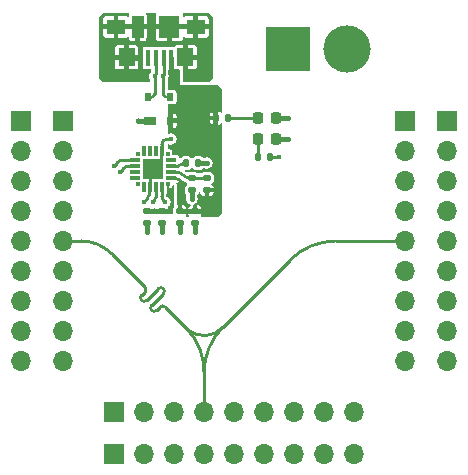
<source format=gbr>
%TF.GenerationSoftware,KiCad,Pcbnew,(6.0.6-1)-1*%
%TF.CreationDate,2022-08-24T14:22:51-07:00*%
%TF.ProjectId,VIO-Board-rounded,56494f2d-426f-4617-9264-2d726f756e64,rev?*%
%TF.SameCoordinates,Original*%
%TF.FileFunction,Copper,L1,Top*%
%TF.FilePolarity,Positive*%
%FSLAX46Y46*%
G04 Gerber Fmt 4.6, Leading zero omitted, Abs format (unit mm)*
G04 Created by KiCad (PCBNEW (6.0.6-1)-1) date 2022-08-24 14:22:51*
%MOMM*%
%LPD*%
G01*
G04 APERTURE LIST*
G04 Aperture macros list*
%AMRoundRect*
0 Rectangle with rounded corners*
0 $1 Rounding radius*
0 $2 $3 $4 $5 $6 $7 $8 $9 X,Y pos of 4 corners*
0 Add a 4 corners polygon primitive as box body*
4,1,4,$2,$3,$4,$5,$6,$7,$8,$9,$2,$3,0*
0 Add four circle primitives for the rounded corners*
1,1,$1+$1,$2,$3*
1,1,$1+$1,$4,$5*
1,1,$1+$1,$6,$7*
1,1,$1+$1,$8,$9*
0 Add four rect primitives between the rounded corners*
20,1,$1+$1,$2,$3,$4,$5,0*
20,1,$1+$1,$4,$5,$6,$7,0*
20,1,$1+$1,$6,$7,$8,$9,0*
20,1,$1+$1,$8,$9,$2,$3,0*%
G04 Aperture macros list end*
%TA.AperFunction,SMDPad,CuDef*%
%ADD10RoundRect,0.135000X0.135000X0.185000X-0.135000X0.185000X-0.135000X-0.185000X0.135000X-0.185000X0*%
%TD*%
%TA.AperFunction,SMDPad,CuDef*%
%ADD11RoundRect,0.140000X-0.170000X0.140000X-0.170000X-0.140000X0.170000X-0.140000X0.170000X0.140000X0*%
%TD*%
%TA.AperFunction,SMDPad,CuDef*%
%ADD12RoundRect,0.218750X0.218750X0.256250X-0.218750X0.256250X-0.218750X-0.256250X0.218750X-0.256250X0*%
%TD*%
%TA.AperFunction,SMDPad,CuDef*%
%ADD13R,1.000000X0.700000*%
%TD*%
%TA.AperFunction,SMDPad,CuDef*%
%ADD14R,0.600000X0.700000*%
%TD*%
%TA.AperFunction,ComponentPad*%
%ADD15R,1.700000X1.700000*%
%TD*%
%TA.AperFunction,ComponentPad*%
%ADD16O,1.700000X1.700000*%
%TD*%
%TA.AperFunction,SMDPad,CuDef*%
%ADD17RoundRect,0.135000X0.185000X-0.135000X0.185000X0.135000X-0.185000X0.135000X-0.185000X-0.135000X0*%
%TD*%
%TA.AperFunction,SMDPad,CuDef*%
%ADD18R,0.300000X0.300000*%
%TD*%
%TA.AperFunction,SMDPad,CuDef*%
%ADD19R,0.300000X0.900000*%
%TD*%
%TA.AperFunction,SMDPad,CuDef*%
%ADD20R,0.900000X0.300000*%
%TD*%
%TA.AperFunction,SMDPad,CuDef*%
%ADD21R,1.800000X1.800000*%
%TD*%
%TA.AperFunction,SMDPad,CuDef*%
%ADD22RoundRect,0.135000X-0.185000X0.135000X-0.185000X-0.135000X0.185000X-0.135000X0.185000X0.135000X0*%
%TD*%
%TA.AperFunction,SMDPad,CuDef*%
%ADD23R,0.450000X1.380000*%
%TD*%
%TA.AperFunction,SMDPad,CuDef*%
%ADD24R,1.425000X1.550000*%
%TD*%
%TA.AperFunction,SMDPad,CuDef*%
%ADD25R,1.800000X1.900000*%
%TD*%
%TA.AperFunction,SMDPad,CuDef*%
%ADD26R,1.000000X1.900000*%
%TD*%
%TA.AperFunction,SMDPad,CuDef*%
%ADD27R,1.650000X1.300000*%
%TD*%
%TA.AperFunction,SMDPad,CuDef*%
%ADD28RoundRect,0.135000X-0.135000X-0.185000X0.135000X-0.185000X0.135000X0.185000X-0.135000X0.185000X0*%
%TD*%
%TA.AperFunction,ComponentPad*%
%ADD29R,3.800000X3.800000*%
%TD*%
%TA.AperFunction,ComponentPad*%
%ADD30C,4.000000*%
%TD*%
%TA.AperFunction,ViaPad*%
%ADD31C,0.450000*%
%TD*%
%TA.AperFunction,Conductor*%
%ADD32C,0.254000*%
%TD*%
%TA.AperFunction,Conductor*%
%ADD33C,0.406400*%
%TD*%
G04 APERTURE END LIST*
D10*
%TO.P,R5,1*%
%TO.N,VS*%
X79504000Y-63246000D03*
%TO.P,R5,2*%
%TO.N,Net-(D3-Pad2)*%
X78484000Y-63246000D03*
%TD*%
D11*
%TO.P,C4,1*%
%TO.N,+3V3*%
X70358000Y-67846000D03*
%TO.P,C4,2*%
%TO.N,GNDREF*%
X70358000Y-68806000D03*
%TD*%
D12*
%TO.P,D2,1,K*%
%TO.N,GNDREF*%
X80035500Y-59944000D03*
%TO.P,D2,2,A*%
%TO.N,Net-(D2-Pad2)*%
X78460500Y-59944000D03*
%TD*%
D13*
%TO.P,D1,1,A*%
%TO.N,GNDREF*%
X69354000Y-60182000D03*
D14*
%TO.P,D1,2,K*%
%TO.N,VBUS*%
X71054000Y-60182000D03*
%TO.P,D1,3,K*%
%TO.N,/D-*%
X71054000Y-58182000D03*
%TO.P,D1,4,K*%
%TO.N,/D+*%
X69154000Y-58182000D03*
%TD*%
D15*
%TO.P,J6,1,Pin_1*%
%TO.N,VS*%
X58445000Y-60208008D03*
D16*
%TO.P,J6,2,Pin_2*%
%TO.N,GNDREF*%
X58445000Y-62748008D03*
%TO.P,J6,3,Pin_3*%
%TO.N,/3V3_CAM1*%
X58445000Y-65288008D03*
%TO.P,J6,4,Pin_4*%
%TO.N,/GPIO3{slash}TX_CAM1*%
X58445000Y-67828008D03*
%TO.P,J6,5,Pin_5*%
%TO.N,/SYNC*%
X58445000Y-70368008D03*
%TO.P,J6,6,Pin_6*%
%TO.N,GNDREF*%
X58445000Y-72908008D03*
%TO.P,J6,7,Pin_7*%
%TO.N,/OPTO_GND_CAM1*%
X58445000Y-75448008D03*
%TO.P,J6,8,Pin_8*%
%TO.N,/OPTO_OUT_CAM1*%
X58445000Y-77988008D03*
%TO.P,J6,9,Pin_9*%
%TO.N,/OPTO_IN_CAM1*%
X58445000Y-80528008D03*
%TD*%
D17*
%TO.P,R2,1*%
%TO.N,VBUS*%
X74168000Y-66042000D03*
%TO.P,R2,2*%
%TO.N,Net-(R2-Pad2)*%
X74168000Y-65022000D03*
%TD*%
D15*
%TO.P,J4,1,Pin_1*%
%TO.N,VS*%
X90932000Y-60208000D03*
D16*
%TO.P,J4,2,Pin_2*%
%TO.N,GNDREF*%
X90932000Y-62748000D03*
%TO.P,J4,3,Pin_3*%
%TO.N,/3V3_CAM2*%
X90932000Y-65288000D03*
%TO.P,J4,4,Pin_4*%
%TO.N,/GPIO3{slash}TX_CAM2*%
X90932000Y-67828000D03*
%TO.P,J4,5,Pin_5*%
%TO.N,/SYNC*%
X90932000Y-70368000D03*
%TO.P,J4,6,Pin_6*%
%TO.N,GNDREF*%
X90932000Y-72908000D03*
%TO.P,J4,7,Pin_7*%
%TO.N,/OPTO_GND_CAM2*%
X90932000Y-75448000D03*
%TO.P,J4,8,Pin_8*%
%TO.N,/OPTO_OUT_CAM2*%
X90932000Y-77988000D03*
%TO.P,J4,9,Pin_9*%
%TO.N,/OPTO_IN_CAM2*%
X90932000Y-80528000D03*
%TD*%
D15*
%TO.P,J5,1,Pin_1*%
%TO.N,VBUS*%
X66304000Y-84836000D03*
D16*
%TO.P,J5,2,Pin_2*%
%TO.N,/TX1*%
X68844000Y-84836000D03*
%TO.P,J5,3,Pin_3*%
%TO.N,/RX1*%
X71384000Y-84836000D03*
%TO.P,J5,4,Pin_4*%
%TO.N,/SYNC*%
X73924000Y-84836000D03*
%TO.P,J5,5,Pin_5*%
%TO.N,GNDREF*%
X76464000Y-84836000D03*
%TO.P,J5,6,Pin_6*%
%TO.N,/RESTORE*%
X79004000Y-84836000D03*
%TO.P,J5,7,Pin_7*%
%TO.N,/SYNC_IN*%
X81544000Y-84836000D03*
%TO.P,J5,8,Pin_8*%
%TO.N,/TX2*%
X84084000Y-84836000D03*
%TO.P,J5,9,Pin_9*%
%TO.N,/RX2*%
X86624000Y-84836000D03*
%TD*%
D11*
%TO.P,C2,1*%
%TO.N,VBUS*%
X73152000Y-67846000D03*
%TO.P,C2,2*%
%TO.N,GNDREF*%
X73152000Y-68806000D03*
%TD*%
D12*
%TO.P,D3,1,K*%
%TO.N,GNDREF*%
X80035500Y-61722000D03*
%TO.P,D3,2,A*%
%TO.N,Net-(D3-Pad2)*%
X78460500Y-61722000D03*
%TD*%
D18*
%TO.P,U1,1,RS485/GPIO.1*%
%TO.N,unconnected-(U1-Pad1)*%
X68346000Y-65512000D03*
D19*
%TO.P,U1,2,CLK/GPIO.0*%
%TO.N,unconnected-(U1-Pad2)*%
X68846000Y-65812000D03*
%TO.P,U1,3,GND*%
%TO.N,GNDREF*%
X69346000Y-65812000D03*
%TO.P,U1,4,D+*%
%TO.N,/D+*%
X69846000Y-65812000D03*
%TO.P,U1,5,D-*%
%TO.N,/D-*%
X70346000Y-65812000D03*
D18*
%TO.P,U1,6,VDD*%
%TO.N,+3V3*%
X70846000Y-65512000D03*
D20*
%TO.P,U1,7,VREGIN*%
%TO.N,VBUS*%
X71146000Y-65012000D03*
%TO.P,U1,8,VBUS*%
%TO.N,Net-(R2-Pad2)*%
X71146000Y-64512000D03*
%TO.P,U1,9,~{RST}*%
%TO.N,Net-(R1-Pad2)*%
X71146000Y-64012000D03*
%TO.P,U1,10,NC*%
%TO.N,unconnected-(U1-Pad10)*%
X71146000Y-63512000D03*
D18*
%TO.P,U1,11,~{SUSPEND}*%
%TO.N,unconnected-(U1-Pad11)*%
X70846000Y-63012000D03*
D19*
%TO.P,U1,12,GND*%
%TO.N,GNDREF*%
X70346000Y-62712000D03*
%TO.P,U1,13,~{WAKEUP}*%
%TO.N,unconnected-(U1-Pad13)*%
X69846000Y-62712000D03*
%TO.P,U1,14,SUSPEND*%
%TO.N,unconnected-(U1-Pad14)*%
X69346000Y-62712000D03*
%TO.P,U1,15,~{CTS}*%
%TO.N,unconnected-(U1-Pad15)*%
X68846000Y-62712000D03*
D18*
%TO.P,U1,16,~{RTS}*%
%TO.N,unconnected-(U1-Pad16)*%
X68346000Y-63012000D03*
D20*
%TO.P,U1,17,RXD*%
%TO.N,/TX2*%
X68046000Y-63512000D03*
%TO.P,U1,18,TXD*%
%TO.N,/RX2*%
X68046000Y-64012000D03*
%TO.P,U1,19,~{RXT}/GPIO.3*%
%TO.N,unconnected-(U1-Pad19)*%
X68046000Y-64512000D03*
%TO.P,U1,20,~{TXT}/GPIO.2*%
%TO.N,unconnected-(U1-Pad20)*%
X68046000Y-65012000D03*
D21*
%TO.P,U1,21,GND*%
%TO.N,GNDREF*%
X69596000Y-64262000D03*
%TD*%
D22*
%TO.P,R3,1*%
%TO.N,Net-(R2-Pad2)*%
X72898000Y-65022000D03*
%TO.P,R3,2*%
%TO.N,GNDREF*%
X72898000Y-66042000D03*
%TD*%
D23*
%TO.P,J2,1,VBUS*%
%TO.N,VBUS*%
X71150000Y-54892000D03*
%TO.P,J2,2,D-*%
%TO.N,/D-*%
X70500000Y-54892000D03*
%TO.P,J2,3,D+*%
%TO.N,/D+*%
X69850000Y-54892000D03*
%TO.P,J2,4,ID*%
%TO.N,unconnected-(J2-Pad4)*%
X69200000Y-54892000D03*
%TO.P,J2,5,GND*%
%TO.N,GNDREF*%
X68550000Y-54892000D03*
D24*
%TO.P,J2,6,Shield*%
X67362500Y-54807000D03*
X72337500Y-54807000D03*
D25*
X71000000Y-52232000D03*
D26*
X68300000Y-52232000D03*
D27*
X66475000Y-52232000D03*
X73225000Y-52232000D03*
%TD*%
D28*
%TO.P,R4,1*%
%TO.N,VBUS*%
X74928000Y-59944000D03*
%TO.P,R4,2*%
%TO.N,Net-(D2-Pad2)*%
X75948000Y-59944000D03*
%TD*%
D29*
%TO.P,J1,1,Pin_1*%
%TO.N,GNDREF*%
X81066000Y-54102000D03*
D30*
%TO.P,J1,2,Pin_2*%
%TO.N,VS*%
X86066000Y-54102000D03*
%TD*%
D11*
%TO.P,C1,1*%
%TO.N,VBUS*%
X71882000Y-67846000D03*
%TO.P,C1,2*%
%TO.N,GNDREF*%
X71882000Y-68806000D03*
%TD*%
D15*
%TO.P,J7,1,Pin_1*%
%TO.N,VS*%
X94512994Y-60208008D03*
D16*
%TO.P,J7,2,Pin_2*%
%TO.N,GNDREF*%
X94512994Y-62748008D03*
%TO.P,J7,3,Pin_3*%
%TO.N,/3V3_CAM2*%
X94512994Y-65288008D03*
%TO.P,J7,4,Pin_4*%
%TO.N,/GPIO3{slash}TX_CAM2*%
X94512994Y-67828008D03*
%TO.P,J7,5,Pin_5*%
%TO.N,/SYNC*%
X94512994Y-70368008D03*
%TO.P,J7,6,Pin_6*%
%TO.N,GNDREF*%
X94512994Y-72908008D03*
%TO.P,J7,7,Pin_7*%
%TO.N,/OPTO_GND_CAM2*%
X94512994Y-75448008D03*
%TO.P,J7,8,Pin_8*%
%TO.N,/OPTO_OUT_CAM2*%
X94512994Y-77988008D03*
%TO.P,J7,9,Pin_9*%
%TO.N,/OPTO_IN_CAM2*%
X94512994Y-80528008D03*
%TD*%
D10*
%TO.P,R1,1*%
%TO.N,+3V3*%
X73408000Y-63754000D03*
%TO.P,R1,2*%
%TO.N,Net-(R1-Pad2)*%
X72388000Y-63754000D03*
%TD*%
D15*
%TO.P,J8,1,Pin_1*%
%TO.N,VBUS*%
X66304000Y-88367000D03*
D16*
%TO.P,J8,2,Pin_2*%
%TO.N,/TX1*%
X68844000Y-88367000D03*
%TO.P,J8,3,Pin_3*%
%TO.N,/RX1*%
X71384000Y-88367000D03*
%TO.P,J8,4,Pin_4*%
%TO.N,/SYNC*%
X73924000Y-88367000D03*
%TO.P,J8,5,Pin_5*%
%TO.N,GNDREF*%
X76464000Y-88367000D03*
%TO.P,J8,6,Pin_6*%
%TO.N,/RESTORE*%
X79004000Y-88367000D03*
%TO.P,J8,7,Pin_7*%
%TO.N,/SYNC_IN*%
X81544000Y-88367000D03*
%TO.P,J8,8,Pin_8*%
%TO.N,/TX2*%
X84084000Y-88367000D03*
%TO.P,J8,9,Pin_9*%
%TO.N,/RX2*%
X86624000Y-88367000D03*
%TD*%
D15*
%TO.P,J3,1,Pin_1*%
%TO.N,VS*%
X61976000Y-60208008D03*
D16*
%TO.P,J3,2,Pin_2*%
%TO.N,GNDREF*%
X61976000Y-62748008D03*
%TO.P,J3,3,Pin_3*%
%TO.N,/3V3_CAM1*%
X61976000Y-65288008D03*
%TO.P,J3,4,Pin_4*%
%TO.N,/GPIO3{slash}TX_CAM1*%
X61976000Y-67828008D03*
%TO.P,J3,5,Pin_5*%
%TO.N,/SYNC*%
X61976000Y-70368008D03*
%TO.P,J3,6,Pin_6*%
%TO.N,GNDREF*%
X61976000Y-72908008D03*
%TO.P,J3,7,Pin_7*%
%TO.N,/OPTO_GND_CAM1*%
X61976000Y-75448008D03*
%TO.P,J3,8,Pin_8*%
%TO.N,/OPTO_OUT_CAM1*%
X61976000Y-77988008D03*
%TO.P,J3,9,Pin_9*%
%TO.N,/OPTO_IN_CAM1*%
X61976000Y-80528008D03*
%TD*%
D11*
%TO.P,C3,1*%
%TO.N,+3V3*%
X69088000Y-67846000D03*
%TO.P,C3,2*%
%TO.N,GNDREF*%
X69088000Y-68806000D03*
%TD*%
D31*
%TO.N,VBUS*%
X72390000Y-62738000D03*
X74930000Y-65024000D03*
X72136000Y-66802000D03*
X74930000Y-67818000D03*
X74930000Y-62738000D03*
X72136000Y-65786000D03*
X74930000Y-66802000D03*
%TO.N,GNDREF*%
X81026000Y-59944000D03*
X71120000Y-61722000D03*
X68326000Y-60198000D03*
X65786000Y-56134000D03*
X68580000Y-56388000D03*
X65786000Y-54864000D03*
X71882000Y-69596000D03*
X72898000Y-66802000D03*
X68834000Y-67056000D03*
X73914000Y-55118000D03*
X65786000Y-53594000D03*
X70358000Y-69596000D03*
X73914000Y-53594000D03*
X73152000Y-69596000D03*
X81026000Y-61722000D03*
X69088000Y-69596000D03*
%TO.N,+3V3*%
X71120000Y-67818000D03*
X74168000Y-63754000D03*
%TO.N,/D-*%
X70612000Y-67056000D03*
X70454000Y-56408223D03*
%TO.N,/D+*%
X69754000Y-56408223D03*
X69596000Y-67056000D03*
%TO.N,/TX2*%
X66294000Y-64008000D03*
%TO.N,/RX2*%
X66802000Y-64516000D03*
%TO.N,VS*%
X80264000Y-63246000D03*
%TD*%
D32*
%TO.N,VBUS*%
X71782170Y-65178170D02*
X72046197Y-65442197D01*
X71381000Y-65012000D02*
X71146000Y-65012000D01*
X72136000Y-65659000D02*
X72136000Y-65786000D01*
X71381000Y-65011989D02*
G75*
G02*
X71782169Y-65178171I0J-567311D01*
G01*
X72136001Y-65659000D02*
G75*
G03*
X72046197Y-65442197I-306601J0D01*
G01*
%TO.N,GNDREF*%
X70346000Y-63074000D02*
X70346000Y-63112000D01*
X69720999Y-64136999D02*
X70063157Y-63794842D01*
X71120000Y-61722000D02*
X70800090Y-61722000D01*
X70346000Y-62350000D02*
X70346000Y-62176090D01*
D33*
X81026000Y-61722000D02*
X80035500Y-61722000D01*
X81026000Y-59944000D02*
X80035500Y-59944000D01*
X70358000Y-69596000D02*
X70358000Y-68806000D01*
X69088000Y-69596000D02*
X69088000Y-68806000D01*
X68326000Y-60198000D02*
X68334000Y-60190000D01*
D32*
X68834000Y-67056000D02*
X68834000Y-67042000D01*
D33*
X68353313Y-60182000D02*
X69354000Y-60182000D01*
D32*
X69097098Y-66764901D02*
X68843899Y-67018100D01*
X70346000Y-62350000D02*
X70346000Y-63074000D01*
X69346000Y-65460000D02*
X69346000Y-66164000D01*
D33*
X71882000Y-69596000D02*
X71882000Y-68806000D01*
D32*
X69346000Y-65460000D02*
X69346000Y-64688776D01*
X69720999Y-64136999D02*
X69471000Y-64387000D01*
D33*
X72898000Y-66802000D02*
X72898000Y-66042000D01*
X73152000Y-69596000D02*
X73152000Y-68806000D01*
D32*
X70479003Y-61855003D02*
G75*
G02*
X70800090Y-61722000I321097J-321097D01*
G01*
D33*
X68333996Y-60189996D02*
G75*
G02*
X68353313Y-60182000I19304J-19304D01*
G01*
D32*
X68834000Y-67042000D02*
G75*
G02*
X68843899Y-67018100I33800J0D01*
G01*
X70063161Y-63794846D02*
G75*
G03*
X70346000Y-63112000I-682861J682846D01*
G01*
X69097098Y-66764901D02*
G75*
G03*
X69346000Y-66164000I-600898J600901D01*
G01*
X70345997Y-62176090D02*
G75*
G02*
X70479001Y-61855001I454103J-10D01*
G01*
X69345991Y-64688776D02*
G75*
G02*
X69471000Y-64387000I426809J-24D01*
G01*
D33*
%TO.N,+3V3*%
X74168000Y-63754000D02*
X73408000Y-63754000D01*
D32*
%TO.N,/D-*%
X70500000Y-56329696D02*
X70500000Y-54892000D01*
X70346000Y-66601909D02*
X70346000Y-65812000D01*
X70479000Y-66923000D02*
X70612000Y-67056000D01*
X70751036Y-58182000D02*
X71054000Y-58182000D01*
X70454000Y-56408223D02*
X70477000Y-56385223D01*
X70454000Y-57884963D02*
X70454000Y-56408223D01*
X70476996Y-56385219D02*
G75*
G03*
X70500000Y-56329696I-55496J55519D01*
G01*
X70540989Y-58095011D02*
G75*
G02*
X70454000Y-57884963I210011J210011D01*
G01*
X70751036Y-58181984D02*
G75*
G02*
X70541001Y-58094999I-36J296984D01*
G01*
X70479003Y-66922997D02*
G75*
G02*
X70346000Y-66601909I321097J321097D01*
G01*
%TO.N,/D+*%
X69846000Y-66629223D02*
X69846000Y-65812000D01*
X69456963Y-58182000D02*
X69154000Y-58182000D01*
X69754000Y-56408223D02*
X69754000Y-57884963D01*
X69850000Y-56244340D02*
X69850000Y-54892000D01*
X69721000Y-66931000D02*
X69596000Y-67056000D01*
X69754000Y-56408223D02*
X69802000Y-56360223D01*
X69720993Y-66930993D02*
G75*
G03*
X69846000Y-66629223I-301793J301793D01*
G01*
X69801983Y-56360206D02*
G75*
G03*
X69850000Y-56244340I-115883J115906D01*
G01*
X69667011Y-58095011D02*
G75*
G03*
X69754000Y-57884963I-210011J210011D01*
G01*
X69456963Y-58181984D02*
G75*
G03*
X69666999Y-58094999I37J296984D01*
G01*
%TO.N,/SYNC*%
X68632097Y-74956045D02*
X68914938Y-74673201D01*
X70046311Y-74390363D02*
X69056360Y-75380309D01*
X81220207Y-71961792D02*
X75517792Y-77664207D01*
X70187734Y-75945999D02*
X69904892Y-76228842D01*
X63505004Y-70358000D02*
X61993084Y-70358000D01*
X70046311Y-74390362D02*
X70046311Y-74390363D01*
X72509787Y-77843787D02*
X70612000Y-75946000D01*
X68568608Y-73902608D02*
X66098092Y-71432092D01*
X73924000Y-81511963D02*
X73924000Y-84836000D01*
X69480627Y-75804576D02*
X70470576Y-74814627D01*
X68632095Y-74956044D02*
X68632097Y-74956045D01*
X69480627Y-75804577D02*
X69480627Y-75804576D01*
X85067963Y-70368000D02*
X90932000Y-70368000D01*
X68914938Y-74248937D02*
X68568608Y-73902608D01*
X70187735Y-75945999D02*
X70187734Y-75945999D01*
X61981004Y-70363004D02*
X61976000Y-70368008D01*
X81220236Y-71961821D02*
G75*
G02*
X85067963Y-70368000I3847764J-3847679D01*
G01*
X68632097Y-75380308D02*
G75*
G03*
X69056359Y-75380308I212131J212131D01*
G01*
X68632120Y-74956069D02*
G75*
G03*
X68632097Y-75380308I212080J-212131D01*
G01*
X70470571Y-74390368D02*
G75*
G02*
X70470576Y-74814627I-212171J-212132D01*
G01*
X68914907Y-74248968D02*
G75*
G02*
X68914938Y-74673201I-212107J-212132D01*
G01*
X73923960Y-81511963D02*
G75*
G02*
X75517793Y-77664208I5441540J-37D01*
G01*
X61981008Y-70363008D02*
G75*
G02*
X61993084Y-70358000I12092J-12092D01*
G01*
X70187769Y-75946032D02*
G75*
G02*
X70612000Y-75946000I212131J-212068D01*
G01*
X72509783Y-77843791D02*
G75*
G02*
X73924000Y-81511963I-3735583J-3546909D01*
G01*
X69480618Y-75804568D02*
G75*
G03*
X69480628Y-76228842I212182J-212132D01*
G01*
X70046268Y-74390319D02*
G75*
G02*
X70470576Y-74390363I212132J-212181D01*
G01*
X69480629Y-76228841D02*
G75*
G03*
X69904891Y-76228841I212131J212131D01*
G01*
X63505004Y-70358003D02*
G75*
G02*
X66098092Y-71432092I-4J-3667197D01*
G01*
X75517839Y-77664249D02*
G75*
G02*
X72509787Y-77843787I-1594439J1425049D01*
G01*
%TO.N,Net-(R1-Pad2)*%
X72262000Y-63754000D02*
X72388000Y-63754000D01*
X71695566Y-64012000D02*
X71146000Y-64012000D01*
X72006999Y-63882999D02*
X72046904Y-63843095D01*
X71695566Y-64011984D02*
G75*
G03*
X72006999Y-63882999I34J440384D01*
G01*
X72046903Y-63843094D02*
G75*
G02*
X72262000Y-63754000I215097J-215106D01*
G01*
%TO.N,Net-(D2-Pad2)*%
X75948000Y-59944000D02*
X78460500Y-59944000D01*
%TO.N,/TX2*%
X66542000Y-63760000D02*
X66294000Y-64008000D01*
X67140724Y-63512000D02*
X68046000Y-63512000D01*
X66541993Y-63759993D02*
G75*
G02*
X67140724Y-63512000I598707J-598707D01*
G01*
%TO.N,/RX2*%
X66802000Y-64516000D02*
X67054000Y-64264000D01*
X67662381Y-64012000D02*
X68046000Y-64012000D01*
X67054005Y-64264005D02*
G75*
G02*
X67662381Y-64012000I608395J-608395D01*
G01*
%TO.N,Net-(R2-Pad2)*%
X71517375Y-64512000D02*
X71146000Y-64512000D01*
X72748624Y-65022000D02*
X74168000Y-65022000D01*
X72748624Y-65021989D02*
G75*
G02*
X72133001Y-64766999I-24J870589D01*
G01*
X71517375Y-64512011D02*
G75*
G02*
X72132999Y-64767001I25J-870589D01*
G01*
%TO.N,Net-(D3-Pad2)*%
X78484000Y-61762117D02*
X78484000Y-63246000D01*
X78472250Y-61733750D02*
X78460500Y-61722000D01*
X78483992Y-61762117D02*
G75*
G03*
X78472249Y-61733751I-40092J17D01*
G01*
%TO.N,VS*%
X80264000Y-63246000D02*
X79504000Y-63246000D01*
%TD*%
%TA.AperFunction,Conductor*%
%TO.N,GNDREF*%
G36*
X67573792Y-51072806D02*
G01*
X67592098Y-51117000D01*
X67581565Y-51151723D01*
X67564157Y-51177775D01*
X67559536Y-51188933D01*
X67546599Y-51253970D01*
X67546000Y-51260054D01*
X67546000Y-51323959D01*
X67527694Y-51368153D01*
X67483500Y-51386459D01*
X67448777Y-51375926D01*
X67404225Y-51346157D01*
X67393067Y-51341536D01*
X67328030Y-51328599D01*
X67321946Y-51328000D01*
X66690631Y-51328000D01*
X66681841Y-51331641D01*
X66678200Y-51340431D01*
X66678200Y-52016369D01*
X66681841Y-52025159D01*
X66690631Y-52028800D01*
X69041568Y-52028800D01*
X69050358Y-52025159D01*
X69053999Y-52016369D01*
X69053999Y-51260055D01*
X69053400Y-51253970D01*
X69040464Y-51188932D01*
X69035843Y-51177776D01*
X69018435Y-51151723D01*
X69009103Y-51104807D01*
X69035679Y-51065033D01*
X69070402Y-51054500D01*
X69829598Y-51054500D01*
X69873792Y-51072806D01*
X69892098Y-51117000D01*
X69881565Y-51151723D01*
X69864157Y-51177775D01*
X69859536Y-51188933D01*
X69846599Y-51253970D01*
X69846000Y-51260054D01*
X69846000Y-52016369D01*
X69849641Y-52025159D01*
X69858431Y-52028800D01*
X73009369Y-52028800D01*
X73018159Y-52025159D01*
X73021800Y-52016369D01*
X73428200Y-52016369D01*
X73431841Y-52025159D01*
X73440631Y-52028800D01*
X74291568Y-52028800D01*
X74300358Y-52025159D01*
X74303999Y-52016369D01*
X74303999Y-51560055D01*
X74303400Y-51553970D01*
X74290464Y-51488932D01*
X74285843Y-51477776D01*
X74236543Y-51403993D01*
X74228007Y-51395457D01*
X74154225Y-51346157D01*
X74143067Y-51341536D01*
X74078030Y-51328599D01*
X74071946Y-51328000D01*
X73440631Y-51328000D01*
X73431841Y-51331641D01*
X73428200Y-51340431D01*
X73428200Y-52016369D01*
X73021800Y-52016369D01*
X73021800Y-51340432D01*
X73018159Y-51331642D01*
X73009369Y-51328001D01*
X72378055Y-51328001D01*
X72371970Y-51328600D01*
X72306932Y-51341536D01*
X72295776Y-51346157D01*
X72251222Y-51375927D01*
X72204306Y-51385259D01*
X72164532Y-51358683D01*
X72153999Y-51323960D01*
X72153999Y-51260055D01*
X72153400Y-51253970D01*
X72140464Y-51188932D01*
X72135843Y-51177776D01*
X72118435Y-51151723D01*
X72109103Y-51104807D01*
X72135679Y-51065033D01*
X72170402Y-51054500D01*
X74167704Y-51054500D01*
X74175861Y-51055035D01*
X74192141Y-51057178D01*
X74291319Y-51070236D01*
X74307078Y-51074458D01*
X74414400Y-51118911D01*
X74428523Y-51127065D01*
X74520690Y-51197787D01*
X74532213Y-51209310D01*
X74602935Y-51301477D01*
X74611089Y-51315600D01*
X74655542Y-51422922D01*
X74659764Y-51438681D01*
X74675465Y-51557936D01*
X74676000Y-51566094D01*
X74676000Y-56383906D01*
X74675465Y-56392064D01*
X74659764Y-56511319D01*
X74655542Y-56527078D01*
X74611089Y-56634400D01*
X74602935Y-56648523D01*
X74532213Y-56740690D01*
X74520690Y-56752213D01*
X74428523Y-56822935D01*
X74414400Y-56831089D01*
X74307078Y-56875542D01*
X74291319Y-56879764D01*
X74213840Y-56889965D01*
X74205682Y-56890500D01*
X72204000Y-56890500D01*
X72159806Y-56872194D01*
X72141500Y-56828000D01*
X72141500Y-55899000D01*
X72132726Y-55854892D01*
X72134587Y-55836000D01*
X72134300Y-55836000D01*
X72134300Y-55823568D01*
X72540700Y-55823568D01*
X72544341Y-55832358D01*
X72553131Y-55835999D01*
X73071945Y-55835999D01*
X73078030Y-55835400D01*
X73143068Y-55822464D01*
X73154224Y-55817843D01*
X73228007Y-55768543D01*
X73236543Y-55760007D01*
X73285843Y-55686225D01*
X73290464Y-55675067D01*
X73303401Y-55610030D01*
X73304000Y-55603946D01*
X73304000Y-55022631D01*
X73300359Y-55013841D01*
X73291569Y-55010200D01*
X72553131Y-55010200D01*
X72544341Y-55013841D01*
X72540700Y-55022631D01*
X72540700Y-55823568D01*
X72134300Y-55823568D01*
X72134300Y-54591369D01*
X72540700Y-54591369D01*
X72544341Y-54600159D01*
X72553131Y-54603800D01*
X73291568Y-54603800D01*
X73300358Y-54600159D01*
X73303999Y-54591369D01*
X73303999Y-54010055D01*
X73303400Y-54003970D01*
X73290464Y-53938932D01*
X73285843Y-53927776D01*
X73236543Y-53853993D01*
X73228007Y-53845457D01*
X73154225Y-53796157D01*
X73143067Y-53791536D01*
X73078030Y-53778599D01*
X73071946Y-53778000D01*
X72553131Y-53778000D01*
X72544341Y-53781641D01*
X72540700Y-53790431D01*
X72540700Y-54591369D01*
X72134300Y-54591369D01*
X72134300Y-53790432D01*
X72130659Y-53781642D01*
X72121869Y-53778001D01*
X71603055Y-53778001D01*
X71596970Y-53778600D01*
X71531932Y-53791536D01*
X71520776Y-53796157D01*
X71446993Y-53845457D01*
X71438457Y-53853993D01*
X71394538Y-53919723D01*
X71354764Y-53946299D01*
X71342571Y-53947500D01*
X70925293Y-53947501D01*
X70899934Y-53947501D01*
X70896925Y-53948100D01*
X70896920Y-53948100D01*
X70847977Y-53957835D01*
X70837192Y-53959980D01*
X70812808Y-53959980D01*
X70753080Y-53948099D01*
X70753077Y-53948099D01*
X70750067Y-53947500D01*
X70746996Y-53947500D01*
X70500001Y-53947501D01*
X70249934Y-53947501D01*
X70246925Y-53948100D01*
X70246920Y-53948100D01*
X70197977Y-53957835D01*
X70187192Y-53959980D01*
X70162808Y-53959980D01*
X70103080Y-53948099D01*
X70103077Y-53948099D01*
X70100067Y-53947500D01*
X70096996Y-53947500D01*
X69850001Y-53947501D01*
X69599934Y-53947501D01*
X69596925Y-53948100D01*
X69596920Y-53948100D01*
X69547977Y-53957835D01*
X69537192Y-53959980D01*
X69512808Y-53959980D01*
X69453080Y-53948099D01*
X69453077Y-53948099D01*
X69450067Y-53947500D01*
X69446996Y-53947500D01*
X69200001Y-53947501D01*
X68949934Y-53947501D01*
X68946925Y-53948100D01*
X68946920Y-53948100D01*
X68898290Y-53957773D01*
X68885910Y-53960235D01*
X68861526Y-53960235D01*
X68803030Y-53948599D01*
X68796946Y-53948000D01*
X68765631Y-53948000D01*
X68756841Y-53951641D01*
X68753200Y-53960431D01*
X68753200Y-54056900D01*
X68742666Y-54091624D01*
X68735266Y-54102699D01*
X68720500Y-54176933D01*
X68720501Y-55607066D01*
X68735266Y-55681301D01*
X68738685Y-55686418D01*
X68738686Y-55686420D01*
X68742666Y-55692376D01*
X68753200Y-55727100D01*
X68753200Y-55823568D01*
X68756841Y-55832358D01*
X68765631Y-55835999D01*
X68796945Y-55835999D01*
X68803030Y-55835400D01*
X68861525Y-55823765D01*
X68885910Y-55823765D01*
X68946920Y-55835901D01*
X68946923Y-55835901D01*
X68949933Y-55836500D01*
X68982517Y-55836500D01*
X69406000Y-55836499D01*
X69450194Y-55854805D01*
X69468500Y-55898999D01*
X69468500Y-55987031D01*
X69450194Y-56031225D01*
X69446507Y-56034628D01*
X69443799Y-56036932D01*
X69440031Y-56039310D01*
X69349109Y-56142259D01*
X69290736Y-56266589D01*
X69269605Y-56402305D01*
X69287414Y-56538496D01*
X69342732Y-56664215D01*
X69345596Y-56667622D01*
X69357843Y-56682192D01*
X69372500Y-56722408D01*
X69372500Y-56833500D01*
X69354194Y-56877694D01*
X69310000Y-56896000D01*
X65536094Y-56896000D01*
X65527936Y-56895465D01*
X65408681Y-56879764D01*
X65392922Y-56875542D01*
X65285600Y-56831089D01*
X65271477Y-56822935D01*
X65179310Y-56752213D01*
X65167787Y-56740690D01*
X65097065Y-56648523D01*
X65088911Y-56634400D01*
X65044458Y-56527078D01*
X65040236Y-56511319D01*
X65024535Y-56392064D01*
X65024000Y-56383906D01*
X65024000Y-55603945D01*
X66396001Y-55603945D01*
X66396600Y-55610030D01*
X66409536Y-55675068D01*
X66414157Y-55686224D01*
X66463457Y-55760007D01*
X66471993Y-55768543D01*
X66545775Y-55817843D01*
X66556933Y-55822464D01*
X66621970Y-55835401D01*
X66628054Y-55836000D01*
X67146869Y-55836000D01*
X67155659Y-55832359D01*
X67159300Y-55823569D01*
X67159300Y-55823568D01*
X67565700Y-55823568D01*
X67569341Y-55832358D01*
X67578131Y-55835999D01*
X68096945Y-55835999D01*
X68103030Y-55835400D01*
X68168068Y-55822464D01*
X68176084Y-55819144D01*
X68223917Y-55819144D01*
X68231933Y-55822464D01*
X68296970Y-55835401D01*
X68303054Y-55836000D01*
X68334369Y-55836000D01*
X68343159Y-55832359D01*
X68346800Y-55823569D01*
X68346800Y-55107631D01*
X68343159Y-55098841D01*
X68334369Y-55095200D01*
X68093500Y-55095200D01*
X68049306Y-55076894D01*
X68031000Y-55032700D01*
X68031000Y-55022631D01*
X68027359Y-55013841D01*
X68018569Y-55010200D01*
X67578131Y-55010200D01*
X67569341Y-55013841D01*
X67565700Y-55022631D01*
X67565700Y-55823568D01*
X67159300Y-55823568D01*
X67159300Y-55022631D01*
X67155659Y-55013841D01*
X67146869Y-55010200D01*
X66408432Y-55010200D01*
X66399642Y-55013841D01*
X66396001Y-55022631D01*
X66396001Y-55603945D01*
X65024000Y-55603945D01*
X65024000Y-54591369D01*
X66396000Y-54591369D01*
X66399641Y-54600159D01*
X66408431Y-54603800D01*
X67146869Y-54603800D01*
X67155659Y-54600159D01*
X67159300Y-54591369D01*
X67565700Y-54591369D01*
X67569341Y-54600159D01*
X67578131Y-54603800D01*
X68334369Y-54603800D01*
X68343159Y-54600159D01*
X68346800Y-54591369D01*
X68346800Y-53960432D01*
X68343159Y-53951643D01*
X68338043Y-53949524D01*
X68309993Y-53926504D01*
X68261543Y-53853993D01*
X68253007Y-53845457D01*
X68179225Y-53796157D01*
X68168067Y-53791536D01*
X68103030Y-53778599D01*
X68096946Y-53778000D01*
X67578131Y-53778000D01*
X67569341Y-53781641D01*
X67565700Y-53790431D01*
X67565700Y-54591369D01*
X67159300Y-54591369D01*
X67159300Y-53790432D01*
X67155659Y-53781642D01*
X67146869Y-53778001D01*
X66628055Y-53778001D01*
X66621970Y-53778600D01*
X66556932Y-53791536D01*
X66545776Y-53796157D01*
X66471993Y-53845457D01*
X66463457Y-53853993D01*
X66414157Y-53927775D01*
X66409536Y-53938933D01*
X66396599Y-54003970D01*
X66396000Y-54010054D01*
X66396000Y-54591369D01*
X65024000Y-54591369D01*
X65024000Y-52903945D01*
X65396001Y-52903945D01*
X65396600Y-52910030D01*
X65409536Y-52975068D01*
X65414157Y-52986224D01*
X65463457Y-53060007D01*
X65471993Y-53068543D01*
X65545775Y-53117843D01*
X65556933Y-53122464D01*
X65621970Y-53135401D01*
X65628054Y-53136000D01*
X66259369Y-53136000D01*
X66268159Y-53132359D01*
X66271800Y-53123569D01*
X66271800Y-53123568D01*
X66678200Y-53123568D01*
X66681841Y-53132358D01*
X66690631Y-53135999D01*
X67321945Y-53135999D01*
X67328030Y-53135400D01*
X67393068Y-53122464D01*
X67404224Y-53117843D01*
X67448778Y-53088073D01*
X67495694Y-53078741D01*
X67535468Y-53105317D01*
X67546001Y-53140040D01*
X67546001Y-53203945D01*
X67546600Y-53210030D01*
X67559536Y-53275068D01*
X67564157Y-53286224D01*
X67613457Y-53360007D01*
X67621993Y-53368543D01*
X67695775Y-53417843D01*
X67706933Y-53422464D01*
X67771970Y-53435401D01*
X67778054Y-53436000D01*
X68084369Y-53436000D01*
X68093159Y-53432359D01*
X68096800Y-53423569D01*
X68096800Y-53423568D01*
X68503200Y-53423568D01*
X68506841Y-53432358D01*
X68515631Y-53435999D01*
X68821945Y-53435999D01*
X68828030Y-53435400D01*
X68893068Y-53422464D01*
X68904224Y-53417843D01*
X68978007Y-53368543D01*
X68986543Y-53360007D01*
X69035843Y-53286225D01*
X69040464Y-53275067D01*
X69053401Y-53210030D01*
X69054000Y-53203946D01*
X69054000Y-53203945D01*
X69846001Y-53203945D01*
X69846600Y-53210030D01*
X69859536Y-53275068D01*
X69864157Y-53286224D01*
X69913457Y-53360007D01*
X69921993Y-53368543D01*
X69995775Y-53417843D01*
X70006933Y-53422464D01*
X70071970Y-53435401D01*
X70078054Y-53436000D01*
X70784369Y-53436000D01*
X70793159Y-53432359D01*
X70796800Y-53423569D01*
X70796800Y-53423568D01*
X71203200Y-53423568D01*
X71206841Y-53432358D01*
X71215631Y-53435999D01*
X71921945Y-53435999D01*
X71928030Y-53435400D01*
X71993068Y-53422464D01*
X72004224Y-53417843D01*
X72078007Y-53368543D01*
X72086543Y-53360007D01*
X72135843Y-53286225D01*
X72140464Y-53275067D01*
X72153401Y-53210030D01*
X72154000Y-53203946D01*
X72154000Y-53140041D01*
X72172306Y-53095847D01*
X72216500Y-53077541D01*
X72251223Y-53088074D01*
X72295775Y-53117843D01*
X72306933Y-53122464D01*
X72371970Y-53135401D01*
X72378054Y-53136000D01*
X73009369Y-53136000D01*
X73018159Y-53132359D01*
X73021800Y-53123569D01*
X73021800Y-53123568D01*
X73428200Y-53123568D01*
X73431841Y-53132358D01*
X73440631Y-53135999D01*
X74071945Y-53135999D01*
X74078030Y-53135400D01*
X74143068Y-53122464D01*
X74154224Y-53117843D01*
X74228007Y-53068543D01*
X74236543Y-53060007D01*
X74285843Y-52986225D01*
X74290464Y-52975067D01*
X74303401Y-52910030D01*
X74304000Y-52903946D01*
X74304000Y-52447631D01*
X74300359Y-52438841D01*
X74291569Y-52435200D01*
X73440631Y-52435200D01*
X73431841Y-52438841D01*
X73428200Y-52447631D01*
X73428200Y-53123568D01*
X73021800Y-53123568D01*
X73021800Y-52447631D01*
X73018159Y-52438841D01*
X73009369Y-52435200D01*
X71215631Y-52435200D01*
X71206841Y-52438841D01*
X71203200Y-52447631D01*
X71203200Y-53423568D01*
X70796800Y-53423568D01*
X70796800Y-52447631D01*
X70793159Y-52438841D01*
X70784369Y-52435200D01*
X69858432Y-52435200D01*
X69849642Y-52438841D01*
X69846001Y-52447631D01*
X69846001Y-53203945D01*
X69054000Y-53203945D01*
X69054000Y-52447631D01*
X69050359Y-52438841D01*
X69041569Y-52435200D01*
X68515631Y-52435200D01*
X68506841Y-52438841D01*
X68503200Y-52447631D01*
X68503200Y-53423568D01*
X68096800Y-53423568D01*
X68096800Y-52447631D01*
X68093159Y-52438841D01*
X68084369Y-52435200D01*
X66690631Y-52435200D01*
X66681841Y-52438841D01*
X66678200Y-52447631D01*
X66678200Y-53123568D01*
X66271800Y-53123568D01*
X66271800Y-52447631D01*
X66268159Y-52438841D01*
X66259369Y-52435200D01*
X65408432Y-52435200D01*
X65399642Y-52438841D01*
X65396001Y-52447631D01*
X65396001Y-52903945D01*
X65024000Y-52903945D01*
X65024000Y-52016369D01*
X65396000Y-52016369D01*
X65399641Y-52025159D01*
X65408431Y-52028800D01*
X66259369Y-52028800D01*
X66268159Y-52025159D01*
X66271800Y-52016369D01*
X66271800Y-51340432D01*
X66268159Y-51331642D01*
X66259369Y-51328001D01*
X65628055Y-51328001D01*
X65621970Y-51328600D01*
X65556932Y-51341536D01*
X65545776Y-51346157D01*
X65471993Y-51395457D01*
X65463457Y-51403993D01*
X65414157Y-51477775D01*
X65409536Y-51488933D01*
X65396599Y-51553970D01*
X65396000Y-51560054D01*
X65396000Y-52016369D01*
X65024000Y-52016369D01*
X65024000Y-51566094D01*
X65024535Y-51557936D01*
X65040236Y-51438681D01*
X65044458Y-51422922D01*
X65088911Y-51315600D01*
X65097065Y-51301477D01*
X65167787Y-51209310D01*
X65179310Y-51197787D01*
X65271477Y-51127065D01*
X65285600Y-51118911D01*
X65392922Y-51074458D01*
X65408681Y-51070236D01*
X65507859Y-51057178D01*
X65524139Y-51055035D01*
X65532296Y-51054500D01*
X67529598Y-51054500D01*
X67573792Y-51072806D01*
G37*
%TD.AperFunction*%
%TD*%
%TA.AperFunction,Conductor*%
%TO.N,VBUS*%
G36*
X71334894Y-54707106D02*
G01*
X71353200Y-54751300D01*
X71353200Y-55823568D01*
X71356841Y-55832358D01*
X71365631Y-55835999D01*
X71396945Y-55835999D01*
X71403030Y-55835400D01*
X71468066Y-55822464D01*
X71475419Y-55819419D01*
X71522236Y-55819420D01*
X71525699Y-55821734D01*
X71558753Y-55828309D01*
X71596920Y-55835901D01*
X71596923Y-55835901D01*
X71599933Y-55836500D01*
X71819500Y-55836500D01*
X71863694Y-55854806D01*
X71882000Y-55899000D01*
X71882000Y-57150000D01*
X74925906Y-57150000D01*
X74934064Y-57150535D01*
X75053319Y-57166236D01*
X75069078Y-57170458D01*
X75176400Y-57214911D01*
X75190523Y-57223065D01*
X75282690Y-57293787D01*
X75294213Y-57305310D01*
X75364935Y-57397477D01*
X75373089Y-57411600D01*
X75417542Y-57518922D01*
X75421764Y-57534681D01*
X75437465Y-57653936D01*
X75438000Y-57662094D01*
X75438000Y-59432982D01*
X75419694Y-59477176D01*
X75375500Y-59495482D01*
X75331306Y-59477176D01*
X75297977Y-59443847D01*
X75290116Y-59438136D01*
X75189091Y-59386661D01*
X75179847Y-59383657D01*
X75143479Y-59377898D01*
X75134226Y-59380119D01*
X75131200Y-59385058D01*
X75131200Y-60499616D01*
X75134841Y-60508406D01*
X75140193Y-60510623D01*
X75179847Y-60504343D01*
X75189091Y-60501339D01*
X75290116Y-60449864D01*
X75297977Y-60444153D01*
X75331306Y-60410824D01*
X75375500Y-60392518D01*
X75419694Y-60410824D01*
X75438000Y-60455018D01*
X75438000Y-67813906D01*
X75437465Y-67822064D01*
X75421764Y-67941319D01*
X75417542Y-67957078D01*
X75373089Y-68064400D01*
X75364935Y-68078523D01*
X75294213Y-68170690D01*
X75282690Y-68182213D01*
X75190523Y-68252935D01*
X75176400Y-68261089D01*
X75069078Y-68305542D01*
X75053319Y-68309764D01*
X74934064Y-68325465D01*
X74925906Y-68326000D01*
X73689769Y-68326000D01*
X73645575Y-68307694D01*
X73627269Y-68263500D01*
X73639205Y-68226764D01*
X73646959Y-68216091D01*
X73699153Y-68113655D01*
X73702157Y-68104411D01*
X73708956Y-68061479D01*
X73706735Y-68052226D01*
X73701796Y-68049200D01*
X72605531Y-68049200D01*
X72596741Y-68052841D01*
X72594524Y-68058193D01*
X72601844Y-68104412D01*
X72604846Y-68113653D01*
X72657041Y-68216091D01*
X72664795Y-68226764D01*
X72675961Y-68273278D01*
X72650967Y-68314064D01*
X72614231Y-68326000D01*
X72419769Y-68326000D01*
X72375575Y-68307694D01*
X72357269Y-68263500D01*
X72369205Y-68226764D01*
X72376959Y-68216091D01*
X72429153Y-68113655D01*
X72432157Y-68104411D01*
X72438956Y-68061479D01*
X72436735Y-68052226D01*
X72431796Y-68049200D01*
X71741300Y-68049200D01*
X71697106Y-68030894D01*
X71678800Y-67986700D01*
X71678800Y-67630369D01*
X72085200Y-67630369D01*
X72088841Y-67639159D01*
X72097631Y-67642800D01*
X72428469Y-67642800D01*
X72437259Y-67639159D01*
X72439476Y-67633807D01*
X72432156Y-67587588D01*
X72429154Y-67578347D01*
X72376959Y-67475909D01*
X72371248Y-67468048D01*
X72289952Y-67386752D01*
X72282091Y-67381041D01*
X72179656Y-67328848D01*
X72170406Y-67325843D01*
X72097478Y-67314292D01*
X72088227Y-67316513D01*
X72085200Y-67321453D01*
X72085200Y-67630369D01*
X71678800Y-67630369D01*
X71678800Y-67324779D01*
X71675159Y-67315990D01*
X71672083Y-67314716D01*
X71638258Y-67280891D01*
X71633500Y-67256973D01*
X71633500Y-65697169D01*
X71618331Y-65609746D01*
X71604144Y-65570096D01*
X71582562Y-65532000D01*
X71569544Y-65509020D01*
X71563688Y-65461544D01*
X71593117Y-65423833D01*
X71617794Y-65416014D01*
X71624031Y-65415399D01*
X71689068Y-65402464D01*
X71700224Y-65397843D01*
X71774007Y-65348543D01*
X71782543Y-65340007D01*
X71831843Y-65266225D01*
X71836464Y-65255067D01*
X71849401Y-65190030D01*
X71850000Y-65183946D01*
X71850000Y-65166103D01*
X71868306Y-65121909D01*
X71912500Y-65103603D01*
X71953090Y-65118577D01*
X72010370Y-65167498D01*
X72012461Y-65168779D01*
X72012466Y-65168783D01*
X72047221Y-65190080D01*
X72178418Y-65270476D01*
X72180679Y-65271413D01*
X72180684Y-65271415D01*
X72198664Y-65278862D01*
X72353901Y-65343160D01*
X72385671Y-65372528D01*
X72393960Y-65388796D01*
X72481204Y-65476040D01*
X72485586Y-65478273D01*
X72489567Y-65481165D01*
X72487873Y-65483497D01*
X72512803Y-65512679D01*
X72509056Y-65560367D01*
X72488313Y-65581110D01*
X72489567Y-65582835D01*
X72485586Y-65585727D01*
X72481204Y-65587960D01*
X72393960Y-65675204D01*
X72387916Y-65687066D01*
X72350092Y-65761301D01*
X72337946Y-65785138D01*
X72337177Y-65789995D01*
X72337176Y-65789997D01*
X72324477Y-65870176D01*
X72323500Y-65876347D01*
X72323501Y-66207652D01*
X72337946Y-66298862D01*
X72393960Y-66408796D01*
X72421994Y-66436830D01*
X72440300Y-66481024D01*
X72440300Y-66634985D01*
X72437569Y-66653258D01*
X72436628Y-66656337D01*
X72434736Y-66660366D01*
X72413605Y-66796082D01*
X72414182Y-66800495D01*
X72414182Y-66800497D01*
X72416237Y-66816212D01*
X72431414Y-66932273D01*
X72486732Y-67057992D01*
X72575111Y-67163132D01*
X72578816Y-67165598D01*
X72578818Y-67165600D01*
X72596024Y-67177053D01*
X72689447Y-67239240D01*
X72727811Y-67251226D01*
X72754320Y-67259508D01*
X72791045Y-67290160D01*
X72795338Y-67337802D01*
X72764055Y-67374853D01*
X72751906Y-67381043D01*
X72744048Y-67386752D01*
X72662752Y-67468048D01*
X72657041Y-67475909D01*
X72604847Y-67578345D01*
X72601843Y-67587589D01*
X72595044Y-67630521D01*
X72597265Y-67639774D01*
X72602204Y-67642800D01*
X72936369Y-67642800D01*
X72945159Y-67639159D01*
X72948800Y-67630369D01*
X73355200Y-67630369D01*
X73358841Y-67639159D01*
X73367631Y-67642800D01*
X73698469Y-67642800D01*
X73707259Y-67639159D01*
X73709476Y-67633807D01*
X73702156Y-67587588D01*
X73699154Y-67578347D01*
X73646959Y-67475909D01*
X73641248Y-67468048D01*
X73559952Y-67386752D01*
X73552091Y-67381041D01*
X73449656Y-67328848D01*
X73440406Y-67325843D01*
X73367478Y-67314292D01*
X73358227Y-67316513D01*
X73355200Y-67321453D01*
X73355200Y-67630369D01*
X72948800Y-67630369D01*
X72948800Y-67332932D01*
X72967106Y-67288738D01*
X72994861Y-67272633D01*
X73086090Y-67247762D01*
X73086093Y-67247761D01*
X73090391Y-67246589D01*
X73207439Y-67174721D01*
X73299612Y-67072890D01*
X73359499Y-66949283D01*
X73361676Y-66936348D01*
X73381886Y-66816212D01*
X73382286Y-66813836D01*
X73382431Y-66802000D01*
X73362959Y-66666036D01*
X73361115Y-66661980D01*
X73359866Y-66657709D01*
X73360263Y-66657593D01*
X73355700Y-66636529D01*
X73355700Y-66481024D01*
X73374006Y-66436830D01*
X73402040Y-66408796D01*
X73458054Y-66298862D01*
X73458823Y-66294005D01*
X73458824Y-66294003D01*
X73471522Y-66213828D01*
X73496516Y-66173041D01*
X73543030Y-66161874D01*
X73583817Y-66186868D01*
X73594984Y-66213828D01*
X73607657Y-66293847D01*
X73610661Y-66303091D01*
X73662136Y-66404116D01*
X73667847Y-66411977D01*
X73748023Y-66492153D01*
X73755884Y-66497864D01*
X73856909Y-66549339D01*
X73866153Y-66552343D01*
X73949957Y-66565616D01*
X73952764Y-66565836D01*
X73961159Y-66562359D01*
X73964800Y-66553569D01*
X74371200Y-66553569D01*
X74374841Y-66562359D01*
X74383236Y-66565836D01*
X74386043Y-66565616D01*
X74469847Y-66552343D01*
X74479091Y-66549339D01*
X74580116Y-66497864D01*
X74587977Y-66492153D01*
X74668153Y-66411977D01*
X74673864Y-66404116D01*
X74725339Y-66303091D01*
X74728343Y-66293847D01*
X74734102Y-66257479D01*
X74731881Y-66248226D01*
X74726942Y-66245200D01*
X74383631Y-66245200D01*
X74374841Y-66248841D01*
X74371200Y-66257631D01*
X74371200Y-66553569D01*
X73964800Y-66553569D01*
X73964800Y-65901300D01*
X73983106Y-65857106D01*
X74027300Y-65838800D01*
X74723616Y-65838800D01*
X74732406Y-65835159D01*
X74734623Y-65829807D01*
X74728343Y-65790153D01*
X74725339Y-65780909D01*
X74673864Y-65679884D01*
X74668153Y-65672023D01*
X74587977Y-65591847D01*
X74576136Y-65583244D01*
X74577763Y-65581004D01*
X74552645Y-65551593D01*
X74556398Y-65503905D01*
X74577574Y-65482735D01*
X74576433Y-65481165D01*
X74580414Y-65478273D01*
X74584796Y-65476040D01*
X74672040Y-65388796D01*
X74728054Y-65278862D01*
X74729234Y-65271415D01*
X74742116Y-65190080D01*
X74742116Y-65190075D01*
X74742500Y-65187653D01*
X74742499Y-64856348D01*
X74728054Y-64765138D01*
X74672040Y-64655204D01*
X74584796Y-64567960D01*
X74529128Y-64539596D01*
X74479247Y-64514180D01*
X74479246Y-64514180D01*
X74474862Y-64511946D01*
X74470005Y-64511177D01*
X74470003Y-64511176D01*
X74386080Y-64497884D01*
X74386075Y-64497884D01*
X74383653Y-64497500D01*
X74381193Y-64497500D01*
X74168001Y-64497501D01*
X73952348Y-64497501D01*
X73861138Y-64511946D01*
X73856756Y-64514179D01*
X73856755Y-64514179D01*
X73806872Y-64539596D01*
X73751204Y-64567960D01*
X73696970Y-64622194D01*
X73652776Y-64640500D01*
X73413224Y-64640500D01*
X73369030Y-64622194D01*
X73314796Y-64567960D01*
X73259128Y-64539596D01*
X73209247Y-64514180D01*
X73209246Y-64514180D01*
X73204862Y-64511946D01*
X73200005Y-64511177D01*
X73200003Y-64511176D01*
X73116080Y-64497884D01*
X73116075Y-64497884D01*
X73113653Y-64497500D01*
X73111193Y-64497500D01*
X72898001Y-64497501D01*
X72682348Y-64497501D01*
X72591138Y-64511946D01*
X72586756Y-64514179D01*
X72586755Y-64514179D01*
X72522399Y-64546970D01*
X72474711Y-64550723D01*
X72454377Y-64539596D01*
X72423339Y-64514125D01*
X72412421Y-64502544D01*
X72409016Y-64497857D01*
X72406124Y-64493876D01*
X72402145Y-64490985D01*
X72402141Y-64490981D01*
X72399021Y-64488714D01*
X72395171Y-64485679D01*
X72339960Y-64438526D01*
X72318243Y-64395905D01*
X72333024Y-64350410D01*
X72375645Y-64328693D01*
X72380550Y-64328500D01*
X72548579Y-64328499D01*
X72553652Y-64328499D01*
X72644862Y-64314054D01*
X72649247Y-64311820D01*
X72747024Y-64262000D01*
X72754796Y-64258040D01*
X72842040Y-64170796D01*
X72844273Y-64166414D01*
X72847165Y-64162433D01*
X72849497Y-64164127D01*
X72878679Y-64139197D01*
X72926367Y-64142944D01*
X72947110Y-64163687D01*
X72948835Y-64162433D01*
X72951727Y-64166414D01*
X72953960Y-64170796D01*
X73041204Y-64258040D01*
X73048976Y-64262000D01*
X73146753Y-64311820D01*
X73146754Y-64311820D01*
X73151138Y-64314054D01*
X73155995Y-64314823D01*
X73155997Y-64314824D01*
X73239920Y-64328116D01*
X73239925Y-64328116D01*
X73242347Y-64328500D01*
X73408000Y-64328500D01*
X73573652Y-64328499D01*
X73664862Y-64314054D01*
X73669247Y-64311820D01*
X73767024Y-64262000D01*
X73774796Y-64258040D01*
X73802830Y-64230006D01*
X73847024Y-64211700D01*
X74015401Y-64211700D01*
X74034039Y-64214544D01*
X74090549Y-64232199D01*
X74094999Y-64232281D01*
X74095002Y-64232281D01*
X74151156Y-64233310D01*
X74227876Y-64234716D01*
X74301868Y-64214544D01*
X74356090Y-64199762D01*
X74356093Y-64199761D01*
X74360391Y-64198589D01*
X74477439Y-64126721D01*
X74569612Y-64024890D01*
X74629499Y-63901283D01*
X74652286Y-63765836D01*
X74652325Y-63762699D01*
X74652401Y-63756414D01*
X74652431Y-63754000D01*
X74632959Y-63618036D01*
X74583319Y-63508858D01*
X74577953Y-63497055D01*
X74577951Y-63497051D01*
X74576110Y-63493003D01*
X74486453Y-63388951D01*
X74482719Y-63386531D01*
X74482716Y-63386528D01*
X74406200Y-63336933D01*
X74371196Y-63314244D01*
X74239603Y-63274890D01*
X74170929Y-63274470D01*
X74106708Y-63274078D01*
X74106707Y-63274078D01*
X74102255Y-63274051D01*
X74094855Y-63276166D01*
X74032826Y-63293894D01*
X74015651Y-63296300D01*
X73847024Y-63296300D01*
X73802830Y-63277994D01*
X73774796Y-63249960D01*
X73721736Y-63222925D01*
X73669247Y-63196180D01*
X73669246Y-63196180D01*
X73664862Y-63193946D01*
X73660005Y-63193177D01*
X73660003Y-63193176D01*
X73576080Y-63179884D01*
X73576075Y-63179884D01*
X73573653Y-63179500D01*
X73571193Y-63179500D01*
X73408001Y-63179501D01*
X73242348Y-63179501D01*
X73151138Y-63193946D01*
X73146756Y-63196179D01*
X73146755Y-63196179D01*
X73096171Y-63221953D01*
X73041204Y-63249960D01*
X72953960Y-63337204D01*
X72951727Y-63341586D01*
X72948835Y-63345567D01*
X72946503Y-63343873D01*
X72917321Y-63368803D01*
X72869633Y-63365056D01*
X72848890Y-63344313D01*
X72847165Y-63345567D01*
X72844273Y-63341586D01*
X72842040Y-63337204D01*
X72754796Y-63249960D01*
X72701736Y-63222925D01*
X72649247Y-63196180D01*
X72649246Y-63196180D01*
X72644862Y-63193946D01*
X72640005Y-63193177D01*
X72640003Y-63193176D01*
X72556080Y-63179884D01*
X72556075Y-63179884D01*
X72553653Y-63179500D01*
X72551193Y-63179500D01*
X72388001Y-63179501D01*
X72222348Y-63179501D01*
X72131138Y-63193946D01*
X72126756Y-63196179D01*
X72126755Y-63196179D01*
X72076171Y-63221953D01*
X72021204Y-63249960D01*
X71947073Y-63324091D01*
X71902879Y-63342397D01*
X71858685Y-63324091D01*
X71841580Y-63292090D01*
X71836935Y-63268736D01*
X71836934Y-63268735D01*
X71835734Y-63262699D01*
X71779484Y-63178516D01*
X71759452Y-63165131D01*
X71700420Y-63125686D01*
X71700418Y-63125685D01*
X71695301Y-63122266D01*
X71662247Y-63115691D01*
X71624080Y-63108099D01*
X71624077Y-63108099D01*
X71621067Y-63107500D01*
X71313000Y-63107500D01*
X71268806Y-63089194D01*
X71250500Y-63045000D01*
X71250499Y-62840006D01*
X71250499Y-62836934D01*
X71235734Y-62762699D01*
X71179484Y-62678516D01*
X71159452Y-62665131D01*
X71100420Y-62625686D01*
X71100418Y-62625685D01*
X71095301Y-62622266D01*
X71062247Y-62615691D01*
X71024080Y-62608099D01*
X71024077Y-62608099D01*
X71021067Y-62607500D01*
X70928500Y-62607500D01*
X70884306Y-62589194D01*
X70866000Y-62545000D01*
X70866000Y-62230047D01*
X70884306Y-62185853D01*
X70928500Y-62167547D01*
X70947138Y-62170391D01*
X70996630Y-62185853D01*
X71042549Y-62200199D01*
X71046999Y-62200281D01*
X71047002Y-62200281D01*
X71103156Y-62201310D01*
X71179876Y-62202716D01*
X71241730Y-62185853D01*
X71308090Y-62167762D01*
X71308093Y-62167761D01*
X71312391Y-62166589D01*
X71429439Y-62094721D01*
X71521612Y-61992890D01*
X71581499Y-61869283D01*
X71604286Y-61733836D01*
X71604431Y-61722000D01*
X71584959Y-61586036D01*
X71566464Y-61545359D01*
X71529953Y-61465055D01*
X71529951Y-61465051D01*
X71528110Y-61461003D01*
X71438453Y-61356951D01*
X71434719Y-61354531D01*
X71434716Y-61354528D01*
X71364607Y-61309086D01*
X71323196Y-61282244D01*
X71191603Y-61242890D01*
X71122929Y-61242471D01*
X71058708Y-61242078D01*
X71058707Y-61242078D01*
X71054255Y-61242051D01*
X71046855Y-61244166D01*
X70945675Y-61273083D01*
X70898152Y-61267626D01*
X70868406Y-61230164D01*
X70866000Y-61212989D01*
X70866000Y-60773568D01*
X71257200Y-60773568D01*
X71260841Y-60782358D01*
X71269631Y-60785999D01*
X71375945Y-60785999D01*
X71382030Y-60785400D01*
X71447068Y-60772464D01*
X71458224Y-60767843D01*
X71532007Y-60718543D01*
X71540543Y-60710007D01*
X71589843Y-60636225D01*
X71594464Y-60625067D01*
X71607401Y-60560030D01*
X71608000Y-60553946D01*
X71608000Y-60397631D01*
X71604359Y-60388841D01*
X71595569Y-60385200D01*
X71269631Y-60385200D01*
X71260841Y-60388841D01*
X71257200Y-60397631D01*
X71257200Y-60773568D01*
X70866000Y-60773568D01*
X70866000Y-60159236D01*
X74404164Y-60159236D01*
X74404384Y-60162043D01*
X74417657Y-60245847D01*
X74420661Y-60255091D01*
X74472136Y-60356116D01*
X74477847Y-60363977D01*
X74558023Y-60444153D01*
X74565884Y-60449864D01*
X74666909Y-60501339D01*
X74676153Y-60504343D01*
X74712521Y-60510102D01*
X74721774Y-60507881D01*
X74724800Y-60502942D01*
X74724800Y-60159631D01*
X74721159Y-60150841D01*
X74712369Y-60147200D01*
X74416431Y-60147200D01*
X74407641Y-60150841D01*
X74404164Y-60159236D01*
X70866000Y-60159236D01*
X70866000Y-59966369D01*
X71257200Y-59966369D01*
X71260841Y-59975159D01*
X71269631Y-59978800D01*
X71595568Y-59978800D01*
X71604358Y-59975159D01*
X71607999Y-59966369D01*
X71607999Y-59810055D01*
X71607400Y-59803970D01*
X71594464Y-59738932D01*
X71590252Y-59728764D01*
X74404164Y-59728764D01*
X74407641Y-59737159D01*
X74416431Y-59740800D01*
X74712369Y-59740800D01*
X74721159Y-59737159D01*
X74724800Y-59728369D01*
X74724800Y-59388384D01*
X74721159Y-59379594D01*
X74715807Y-59377377D01*
X74676153Y-59383657D01*
X74666909Y-59386661D01*
X74565884Y-59438136D01*
X74558023Y-59443847D01*
X74477847Y-59524023D01*
X74472136Y-59531884D01*
X74420661Y-59632909D01*
X74417657Y-59642153D01*
X74404384Y-59725957D01*
X74404164Y-59728764D01*
X71590252Y-59728764D01*
X71589843Y-59727776D01*
X71540543Y-59653993D01*
X71532007Y-59645457D01*
X71458225Y-59596157D01*
X71447067Y-59591536D01*
X71382030Y-59578599D01*
X71375946Y-59578000D01*
X71269631Y-59578000D01*
X71260841Y-59581641D01*
X71257200Y-59590431D01*
X71257200Y-59966369D01*
X70866000Y-59966369D01*
X70866000Y-58849000D01*
X70884306Y-58804806D01*
X70928500Y-58786500D01*
X71369213Y-58786499D01*
X71379066Y-58786499D01*
X71382075Y-58785900D01*
X71382080Y-58785900D01*
X71447263Y-58772935D01*
X71453301Y-58771734D01*
X71537484Y-58715484D01*
X71593734Y-58631301D01*
X71608500Y-58557067D01*
X71608499Y-57806934D01*
X71593734Y-57732699D01*
X71537484Y-57648516D01*
X71517452Y-57635131D01*
X71458420Y-57595686D01*
X71458418Y-57595685D01*
X71453301Y-57592266D01*
X71414822Y-57584612D01*
X71382080Y-57578099D01*
X71382077Y-57578099D01*
X71379067Y-57577500D01*
X71369214Y-57577500D01*
X70928499Y-57577501D01*
X70884306Y-57559195D01*
X70866000Y-57515001D01*
X70866000Y-56672015D01*
X70872254Y-56644764D01*
X70913557Y-56559514D01*
X70915499Y-56555506D01*
X70938286Y-56420059D01*
X70938431Y-56408223D01*
X70918959Y-56272259D01*
X70887105Y-56202199D01*
X70881500Y-56176331D01*
X70881500Y-55898500D01*
X70899806Y-55854306D01*
X70924293Y-55844163D01*
X70922882Y-55840758D01*
X70943159Y-55832359D01*
X70946800Y-55823569D01*
X70946800Y-55727100D01*
X70957334Y-55692376D01*
X70961313Y-55686421D01*
X70964734Y-55681301D01*
X70979500Y-55607067D01*
X70979499Y-54751299D01*
X70997805Y-54707106D01*
X71041999Y-54688800D01*
X71290700Y-54688800D01*
X71334894Y-54707106D01*
G37*
%TD.AperFunction*%
%TD*%
%TA.AperFunction,Conductor*%
%TO.N,+3V3*%
G36*
X70977694Y-65434806D02*
G01*
X70996000Y-65479000D01*
X70996000Y-65903568D01*
X70999641Y-65912358D01*
X71008431Y-65915999D01*
X71017945Y-65915999D01*
X71024030Y-65915400D01*
X71089068Y-65902464D01*
X71100224Y-65897843D01*
X71174007Y-65848543D01*
X71182543Y-65840007D01*
X71231843Y-65766225D01*
X71236464Y-65755067D01*
X71250000Y-65687017D01*
X71251314Y-65687278D01*
X71271850Y-65648856D01*
X71317625Y-65634970D01*
X71359813Y-65657519D01*
X71374000Y-65697169D01*
X71374000Y-67485397D01*
X71367188Y-67513771D01*
X71334365Y-67578189D01*
X71334364Y-67578193D01*
X71332132Y-67582573D01*
X71325923Y-67621775D01*
X71323170Y-67639159D01*
X71317500Y-67674955D01*
X71317500Y-67677415D01*
X71317501Y-67951863D01*
X71306957Y-67986602D01*
X71306501Y-67987284D01*
X71289268Y-68004512D01*
X71227538Y-68045759D01*
X71205010Y-68055090D01*
X71143905Y-68067245D01*
X71126038Y-68070799D01*
X71113845Y-68072000D01*
X70962629Y-68072000D01*
X70929973Y-68062790D01*
X70907796Y-68049200D01*
X69811530Y-68049200D01*
X69783313Y-68060888D01*
X69776955Y-68067245D01*
X69753043Y-68072000D01*
X69692629Y-68072000D01*
X69659973Y-68062790D01*
X69637796Y-68049200D01*
X68985612Y-68049200D01*
X68908395Y-67997605D01*
X68884800Y-67962293D01*
X68884800Y-67705300D01*
X68903106Y-67661106D01*
X68947300Y-67642800D01*
X69634469Y-67642800D01*
X69643259Y-67639159D01*
X69647816Y-67628157D01*
X69657036Y-67589761D01*
X69697824Y-67564769D01*
X69707598Y-67564000D01*
X69738401Y-67564000D01*
X69782595Y-67582306D01*
X69797611Y-67618558D01*
X69798141Y-67618431D01*
X69798944Y-67621775D01*
X69800901Y-67626500D01*
X69800698Y-67629081D01*
X69803265Y-67639774D01*
X69808204Y-67642800D01*
X70904469Y-67642800D01*
X70913259Y-67639159D01*
X70915476Y-67633807D01*
X70908156Y-67587588D01*
X70905154Y-67578346D01*
X70877170Y-67523425D01*
X70873417Y-67475737D01*
X70900154Y-67441790D01*
X70917644Y-67431051D01*
X70921439Y-67428721D01*
X71013612Y-67326890D01*
X71073499Y-67203283D01*
X71096286Y-67067836D01*
X71096431Y-67056000D01*
X71076959Y-66920036D01*
X71058464Y-66879359D01*
X71021953Y-66799055D01*
X71021951Y-66799051D01*
X71020110Y-66795003D01*
X70930453Y-66690951D01*
X70926719Y-66688531D01*
X70926716Y-66688528D01*
X70818936Y-66618668D01*
X70818935Y-66618668D01*
X70815196Y-66616244D01*
X70810929Y-66614968D01*
X70810927Y-66614967D01*
X70772093Y-66603354D01*
X70734996Y-66573153D01*
X70727500Y-66543474D01*
X70727500Y-66390474D01*
X70732257Y-66366557D01*
X70732314Y-66366419D01*
X70735734Y-66361301D01*
X70750500Y-66287067D01*
X70750499Y-65479000D01*
X70768805Y-65434806D01*
X70812999Y-65416500D01*
X70933500Y-65416500D01*
X70977694Y-65434806D01*
G37*
%TD.AperFunction*%
%TD*%
M02*

</source>
